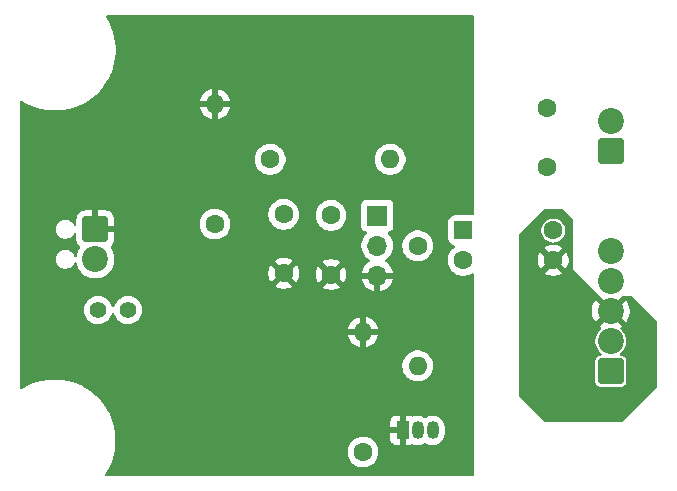
<source format=gbl>
%TF.GenerationSoftware,KiCad,Pcbnew,9.0.1+1*%
%TF.CreationDate,2026-01-24T05:02:46+00:00*%
%TF.ProjectId,WALKIN_PIR_IF,57414c4b-494e-45f5-9049-525f49462e6b,B*%
%TF.SameCoordinates,Original*%
%TF.FileFunction,Copper,L2,Bot*%
%TF.FilePolarity,Positive*%
%FSLAX46Y46*%
G04 Gerber Fmt 4.6, Leading zero omitted, Abs format (unit mm)*
G04 Created by KiCad (PCBNEW 9.0.1+1) date 2026-01-24 05:02:46*
%MOMM*%
%LPD*%
G01*
G04 APERTURE LIST*
G04 Aperture macros list*
%AMRoundRect*
0 Rectangle with rounded corners*
0 $1 Rounding radius*
0 $2 $3 $4 $5 $6 $7 $8 $9 X,Y pos of 4 corners*
0 Add a 4 corners polygon primitive as box body*
4,1,4,$2,$3,$4,$5,$6,$7,$8,$9,$2,$3,0*
0 Add four circle primitives for the rounded corners*
1,1,$1+$1,$2,$3*
1,1,$1+$1,$4,$5*
1,1,$1+$1,$6,$7*
1,1,$1+$1,$8,$9*
0 Add four rect primitives between the rounded corners*
20,1,$1+$1,$2,$3,$4,$5,0*
20,1,$1+$1,$4,$5,$6,$7,0*
20,1,$1+$1,$6,$7,$8,$9,0*
20,1,$1+$1,$8,$9,$2,$3,0*%
G04 Aperture macros list end*
%TA.AperFunction,ComponentPad*%
%ADD10RoundRect,0.249999X0.850001X-0.850001X0.850001X0.850001X-0.850001X0.850001X-0.850001X-0.850001X0*%
%TD*%
%TA.AperFunction,ComponentPad*%
%ADD11C,2.200000*%
%TD*%
%TA.AperFunction,ComponentPad*%
%ADD12C,1.600000*%
%TD*%
%TA.AperFunction,ComponentPad*%
%ADD13RoundRect,0.250000X-0.550000X-0.550000X0.550000X-0.550000X0.550000X0.550000X-0.550000X0.550000X0*%
%TD*%
%TA.AperFunction,ComponentPad*%
%ADD14O,1.600000X1.600000*%
%TD*%
%TA.AperFunction,ComponentPad*%
%ADD15RoundRect,0.249999X-0.850001X0.850001X-0.850001X-0.850001X0.850001X-0.850001X0.850001X0.850001X0*%
%TD*%
%TA.AperFunction,ComponentPad*%
%ADD16C,1.400000*%
%TD*%
%TA.AperFunction,ComponentPad*%
%ADD17R,1.700000X1.700000*%
%TD*%
%TA.AperFunction,ComponentPad*%
%ADD18O,1.700000X1.700000*%
%TD*%
%TA.AperFunction,ComponentPad*%
%ADD19R,1.050000X1.500000*%
%TD*%
%TA.AperFunction,ComponentPad*%
%ADD20O,1.050000X1.500000*%
%TD*%
%TA.AperFunction,ViaPad*%
%ADD21C,0.600000*%
%TD*%
G04 APERTURE END LIST*
D10*
%TO.P,J3,1,Pin_1*%
%TO.N,/DIN1*%
X173467500Y-108071101D03*
D11*
%TO.P,J3,2,Pin_2*%
%TO.N,/DIN2*%
X173467500Y-105531101D03*
%TO.P,J3,3,Pin_3*%
%TO.N,/COM*%
X173467500Y-102991101D03*
%TO.P,J3,4,Pin_4*%
%TO.N,/NTC1*%
X173467500Y-100451101D03*
%TO.P,J3,5,Pin_5*%
%TO.N,/NTC2*%
X173467500Y-97911101D03*
%TD*%
D12*
%TO.P,C1,1*%
%TO.N,VDD*%
X145770000Y-94781101D03*
%TO.P,C1,2*%
%TO.N,GND*%
X145770000Y-99781101D03*
%TD*%
%TO.P,C2,1*%
%TO.N,VDD*%
X149790000Y-94881101D03*
%TO.P,C2,2*%
%TO.N,GND*%
X149790000Y-99881101D03*
%TD*%
%TO.P,C3,1*%
%TO.N,/NTC1*%
X168060000Y-90770000D03*
%TO.P,C3,2*%
%TO.N,/NTC2*%
X168060000Y-85770000D03*
%TD*%
D13*
%TO.P,U1,1*%
%TO.N,/PM_LED_A*%
X160970000Y-96146101D03*
D12*
%TO.P,U1,2*%
%TO.N,/PM_LED_K*%
X160970000Y-98686101D03*
%TO.P,U1,3*%
%TO.N,/COM*%
X168590000Y-98686101D03*
%TO.P,U1,4*%
%TO.N,/DIN1*%
X168590000Y-96146101D03*
%TD*%
%TO.P,R3,1*%
%TO.N,/PIR_SIG*%
X157120000Y-97450000D03*
D14*
%TO.P,R3,2*%
%TO.N,Net-(Q2-G)*%
X157120000Y-107610000D03*
%TD*%
D15*
%TO.P,J1,1,VBAT+*%
%TO.N,GND*%
X129830000Y-96061101D03*
D11*
%TO.P,J1,2,VBAT-*%
%TO.N,/VBAT*%
X129830000Y-98601101D03*
%TD*%
D16*
%TO.P,JP1,1,A*%
%TO.N,/VBAT*%
X130050000Y-102890000D03*
%TO.P,JP1,2,B*%
%TO.N,Net-(JP1-B)*%
X132590000Y-102890000D03*
%TD*%
D12*
%TO.P,R1,1*%
%TO.N,VDD*%
X139950000Y-95610000D03*
D14*
%TO.P,R1,2*%
%TO.N,GND*%
X139950000Y-85450000D03*
%TD*%
D10*
%TO.P,J2,1,VBAT-*%
%TO.N,/NTC1*%
X173467500Y-89451101D03*
D11*
%TO.P,J2,2,VBAT+*%
%TO.N,/NTC2*%
X173467500Y-86911101D03*
%TD*%
D12*
%TO.P,R2,1*%
%TO.N,VDD*%
X144630000Y-90140000D03*
D14*
%TO.P,R2,2*%
%TO.N,/PM_LED_A*%
X154790000Y-90140000D03*
%TD*%
D17*
%TO.P,S1,1,VCC*%
%TO.N,VDD*%
X153700000Y-94896101D03*
D18*
%TO.P,S1,2,VOUT*%
%TO.N,/PIR_SIG*%
X153700000Y-97436101D03*
%TO.P,S1,3,GND*%
%TO.N,GND*%
X153700000Y-99976101D03*
%TD*%
D19*
%TO.P,Q2,1,S*%
%TO.N,GND*%
X155840000Y-113080000D03*
D20*
%TO.P,Q2,2,G*%
%TO.N,Net-(Q2-G)*%
X157110000Y-113080000D03*
%TO.P,Q2,3,D*%
%TO.N,/PM_LED_K*%
X158380000Y-113080000D03*
%TD*%
D12*
%TO.P,R4,1*%
%TO.N,Net-(Q2-G)*%
X152500000Y-114900000D03*
D14*
%TO.P,R4,2*%
%TO.N,GND*%
X152500000Y-104740000D03*
%TD*%
D21*
%TO.N,GND*%
X137850000Y-103320000D03*
%TO.N,/COM*%
X166730000Y-106330000D03*
%TD*%
%TA.AperFunction,Conductor*%
%TO.N,/COM*%
G36*
X169365677Y-94319685D02*
G01*
X169386319Y-94336319D01*
X170243681Y-95193681D01*
X170277166Y-95255004D01*
X170280000Y-95281362D01*
X170280000Y-99500000D01*
X172537833Y-101707881D01*
X173297266Y-102467313D01*
X173255208Y-102478583D01*
X173129792Y-102550991D01*
X173027390Y-102653393D01*
X172954982Y-102778809D01*
X172943712Y-102820866D01*
X172173248Y-102050401D01*
X172173247Y-102050402D01*
X172099059Y-102152514D01*
X171984719Y-102376916D01*
X171906897Y-102616431D01*
X171867500Y-102865172D01*
X171867500Y-103117029D01*
X171906897Y-103365770D01*
X171984719Y-103605285D01*
X172099057Y-103829684D01*
X172173248Y-103931798D01*
X172173248Y-103931799D01*
X172943712Y-103161335D01*
X172954982Y-103203393D01*
X173027390Y-103328809D01*
X173129792Y-103431211D01*
X173255208Y-103503619D01*
X173297265Y-103514888D01*
X172526800Y-104285351D01*
X172610618Y-104346249D01*
X172653283Y-104401579D01*
X172659262Y-104471193D01*
X172626656Y-104532988D01*
X172622978Y-104536437D01*
X172475528Y-104683887D01*
X172355215Y-104849487D01*
X172262281Y-105031877D01*
X172199022Y-105226566D01*
X172167000Y-105428749D01*
X172167000Y-105633452D01*
X172199022Y-105835635D01*
X172262281Y-106030324D01*
X172355215Y-106212714D01*
X172475528Y-106378314D01*
X172620282Y-106523068D01*
X172620284Y-106523069D01*
X172652234Y-106546282D01*
X172694900Y-106601611D01*
X172700881Y-106671224D01*
X172668276Y-106733020D01*
X172607438Y-106767378D01*
X172579357Y-106770601D01*
X172563241Y-106770601D01*
X172552437Y-106771614D01*
X172532800Y-106773455D01*
X172532797Y-106773455D01*
X172532796Y-106773456D01*
X172532794Y-106773456D01*
X172404617Y-106818307D01*
X172295349Y-106898950D01*
X172214706Y-107008219D01*
X172169853Y-107136398D01*
X172169853Y-107136400D01*
X172167000Y-107166830D01*
X172167000Y-108975361D01*
X172167001Y-108975367D01*
X172169854Y-109005801D01*
X172169854Y-109005803D01*
X172169855Y-109005804D01*
X172169855Y-109005806D01*
X172214706Y-109133983D01*
X172295349Y-109243251D01*
X172349983Y-109283572D01*
X172404617Y-109323894D01*
X172447344Y-109338845D01*
X172532798Y-109368747D01*
X172539823Y-109369405D01*
X172563233Y-109371601D01*
X174371766Y-109371600D01*
X174402200Y-109368747D01*
X174530383Y-109323894D01*
X174639650Y-109243251D01*
X174720293Y-109133984D01*
X174742719Y-109069892D01*
X174765146Y-109005803D01*
X174765146Y-109005801D01*
X174768000Y-108975368D01*
X174767999Y-107166835D01*
X174765146Y-107136401D01*
X174720293Y-107008218D01*
X174639650Y-106898950D01*
X174565623Y-106844316D01*
X174530383Y-106818308D01*
X174530381Y-106818307D01*
X174402201Y-106773454D01*
X174371771Y-106770601D01*
X174371767Y-106770601D01*
X174355651Y-106770601D01*
X174288612Y-106750916D01*
X174242857Y-106698112D01*
X174232913Y-106628954D01*
X174261938Y-106565398D01*
X174282766Y-106546283D01*
X174314713Y-106523072D01*
X174314715Y-106523069D01*
X174314719Y-106523067D01*
X174459466Y-106378320D01*
X174459468Y-106378316D01*
X174459471Y-106378314D01*
X174512232Y-106305691D01*
X174579787Y-106212711D01*
X174672720Y-106030320D01*
X174735977Y-105835635D01*
X174768000Y-105633453D01*
X174768000Y-105428749D01*
X174735977Y-105226567D01*
X174672720Y-105031882D01*
X174672718Y-105031879D01*
X174672718Y-105031877D01*
X174639003Y-104965708D01*
X174579787Y-104849491D01*
X174572056Y-104838850D01*
X174459471Y-104683887D01*
X174311274Y-104535690D01*
X174312534Y-104534429D01*
X174278536Y-104482331D01*
X174278048Y-104412463D01*
X174315411Y-104353422D01*
X174324381Y-104346248D01*
X174408197Y-104285351D01*
X174408198Y-104285351D01*
X173637734Y-103514888D01*
X173679792Y-103503619D01*
X173805208Y-103431211D01*
X173907610Y-103328809D01*
X173980018Y-103203393D01*
X173991287Y-103161335D01*
X174761750Y-103931799D01*
X174761750Y-103931798D01*
X174835942Y-103829682D01*
X174835946Y-103829676D01*
X174950280Y-103605285D01*
X175028102Y-103365770D01*
X175067500Y-103117029D01*
X175067500Y-102865172D01*
X175028102Y-102616431D01*
X174950280Y-102376916D01*
X174835942Y-102152517D01*
X174761750Y-102050402D01*
X174761750Y-102050401D01*
X173991287Y-102820865D01*
X173980018Y-102778809D01*
X173907610Y-102653393D01*
X173805208Y-102550991D01*
X173679792Y-102478583D01*
X173637732Y-102467312D01*
X174426336Y-101678710D01*
X174433987Y-101674532D01*
X175157281Y-101660987D01*
X175224678Y-101679413D01*
X175247284Y-101697284D01*
X177373681Y-103823681D01*
X177407166Y-103885004D01*
X177410000Y-103911362D01*
X177410000Y-109358638D01*
X177390315Y-109425677D01*
X177373681Y-109446319D01*
X174476319Y-112343681D01*
X174414996Y-112377166D01*
X174388638Y-112380000D01*
X167981362Y-112380000D01*
X167914323Y-112360315D01*
X167893681Y-112343681D01*
X165696319Y-110146319D01*
X165662834Y-110084996D01*
X165660000Y-110058638D01*
X165660000Y-98583783D01*
X167290000Y-98583783D01*
X167290000Y-98788418D01*
X167322009Y-98990518D01*
X167385244Y-99185132D01*
X167478141Y-99367451D01*
X167478147Y-99367460D01*
X167510523Y-99412022D01*
X167510524Y-99412023D01*
X168190000Y-98732547D01*
X168190000Y-98738762D01*
X168217259Y-98840495D01*
X168269920Y-98931707D01*
X168344394Y-99006181D01*
X168435606Y-99058842D01*
X168537339Y-99086101D01*
X168543553Y-99086101D01*
X167864076Y-99765575D01*
X167908650Y-99797960D01*
X168090968Y-99890856D01*
X168285582Y-99954091D01*
X168487683Y-99986101D01*
X168692317Y-99986101D01*
X168894417Y-99954091D01*
X169089031Y-99890856D01*
X169271349Y-99797960D01*
X169315921Y-99765575D01*
X168636447Y-99086101D01*
X168642661Y-99086101D01*
X168744394Y-99058842D01*
X168835606Y-99006181D01*
X168910080Y-98931707D01*
X168962741Y-98840495D01*
X168990000Y-98738762D01*
X168990000Y-98732549D01*
X169669474Y-99412023D01*
X169669474Y-99412022D01*
X169701859Y-99367450D01*
X169794755Y-99185132D01*
X169857990Y-98990518D01*
X169890000Y-98788418D01*
X169890000Y-98583783D01*
X169857990Y-98381683D01*
X169794755Y-98187069D01*
X169701859Y-98004751D01*
X169669474Y-97960178D01*
X169669474Y-97960177D01*
X168990000Y-98639652D01*
X168990000Y-98633440D01*
X168962741Y-98531707D01*
X168910080Y-98440495D01*
X168835606Y-98366021D01*
X168744394Y-98313360D01*
X168642661Y-98286101D01*
X168636446Y-98286101D01*
X169315922Y-97606625D01*
X169315921Y-97606624D01*
X169271359Y-97574248D01*
X169271350Y-97574242D01*
X169089031Y-97481345D01*
X168894417Y-97418110D01*
X168705731Y-97388225D01*
X168642596Y-97358295D01*
X168605665Y-97298984D01*
X168606663Y-97229121D01*
X168645273Y-97170889D01*
X168700938Y-97144135D01*
X168881835Y-97108152D01*
X169063914Y-97032733D01*
X169227782Y-96923240D01*
X169367139Y-96783883D01*
X169476632Y-96620015D01*
X169552051Y-96437936D01*
X169590500Y-96244642D01*
X169590500Y-96047560D01*
X169590500Y-96047557D01*
X169552052Y-95854271D01*
X169552051Y-95854270D01*
X169552051Y-95854266D01*
X169552049Y-95854261D01*
X169476635Y-95672193D01*
X169476628Y-95672180D01*
X169367139Y-95508319D01*
X169367136Y-95508315D01*
X169227785Y-95368964D01*
X169227781Y-95368961D01*
X169063920Y-95259472D01*
X169063907Y-95259465D01*
X168881839Y-95184051D01*
X168881829Y-95184048D01*
X168688543Y-95145601D01*
X168688541Y-95145601D01*
X168491459Y-95145601D01*
X168491457Y-95145601D01*
X168298170Y-95184048D01*
X168298160Y-95184051D01*
X168116092Y-95259465D01*
X168116079Y-95259472D01*
X167952218Y-95368961D01*
X167952214Y-95368964D01*
X167812863Y-95508315D01*
X167812860Y-95508319D01*
X167703371Y-95672180D01*
X167703364Y-95672193D01*
X167627950Y-95854261D01*
X167627947Y-95854271D01*
X167589500Y-96047557D01*
X167589500Y-96047560D01*
X167589500Y-96244642D01*
X167589500Y-96244644D01*
X167589499Y-96244644D01*
X167627947Y-96437930D01*
X167627950Y-96437940D01*
X167703364Y-96620008D01*
X167703371Y-96620021D01*
X167812860Y-96783882D01*
X167812863Y-96783886D01*
X167952214Y-96923237D01*
X167952218Y-96923240D01*
X168116079Y-97032729D01*
X168116092Y-97032736D01*
X168298160Y-97108150D01*
X168298165Y-97108152D01*
X168430674Y-97134510D01*
X168479061Y-97144135D01*
X168540972Y-97176520D01*
X168575546Y-97237235D01*
X168571807Y-97307005D01*
X168530940Y-97363677D01*
X168474269Y-97388225D01*
X168285581Y-97418111D01*
X168090968Y-97481345D01*
X167908644Y-97574244D01*
X167864077Y-97606624D01*
X167864077Y-97606625D01*
X168543554Y-98286101D01*
X168537339Y-98286101D01*
X168435606Y-98313360D01*
X168344394Y-98366021D01*
X168269920Y-98440495D01*
X168217259Y-98531707D01*
X168190000Y-98633440D01*
X168190000Y-98639654D01*
X167510524Y-97960178D01*
X167510523Y-97960178D01*
X167478143Y-98004745D01*
X167385244Y-98187069D01*
X167322009Y-98381683D01*
X167290000Y-98583783D01*
X165660000Y-98583783D01*
X165660000Y-96551362D01*
X165679685Y-96484323D01*
X165696319Y-96463681D01*
X167823681Y-94336319D01*
X167885004Y-94302834D01*
X167911362Y-94300000D01*
X169298638Y-94300000D01*
X169365677Y-94319685D01*
G37*
%TD.AperFunction*%
%TD*%
%TA.AperFunction,Conductor*%
%TO.N,GND*%
G36*
X161833039Y-77941286D02*
G01*
X161878794Y-77994090D01*
X161890000Y-78045601D01*
X161890000Y-94756356D01*
X161870315Y-94823395D01*
X161817511Y-94869150D01*
X161748353Y-94879094D01*
X161726998Y-94874062D01*
X161672797Y-94856102D01*
X161672795Y-94856101D01*
X161570010Y-94845601D01*
X160369998Y-94845601D01*
X160369981Y-94845602D01*
X160267203Y-94856101D01*
X160267200Y-94856102D01*
X160100668Y-94911286D01*
X160100663Y-94911288D01*
X159951342Y-95003390D01*
X159827289Y-95127443D01*
X159735187Y-95276764D01*
X159735185Y-95276769D01*
X159725676Y-95305465D01*
X159680001Y-95443304D01*
X159680001Y-95443305D01*
X159680000Y-95443305D01*
X159669500Y-95546084D01*
X159669500Y-96746102D01*
X159669501Y-96746119D01*
X159680000Y-96848897D01*
X159680001Y-96848900D01*
X159735185Y-97015432D01*
X159735187Y-97015437D01*
X159765016Y-97063797D01*
X159827288Y-97164757D01*
X159951344Y-97288813D01*
X160100666Y-97380915D01*
X160182570Y-97408055D01*
X160240015Y-97447828D01*
X160266838Y-97512344D01*
X160254523Y-97581119D01*
X160216451Y-97626079D01*
X160122787Y-97694129D01*
X160122782Y-97694133D01*
X159978028Y-97838887D01*
X159857715Y-98004487D01*
X159764781Y-98186877D01*
X159701522Y-98381566D01*
X159669500Y-98583749D01*
X159669500Y-98788452D01*
X159701522Y-98990635D01*
X159764781Y-99185324D01*
X159857715Y-99367714D01*
X159978028Y-99533314D01*
X160122786Y-99678072D01*
X160261406Y-99778783D01*
X160288390Y-99798388D01*
X160404607Y-99857604D01*
X160470776Y-99891319D01*
X160470778Y-99891319D01*
X160470781Y-99891321D01*
X160575137Y-99925228D01*
X160665465Y-99954578D01*
X160762633Y-99969968D01*
X160867648Y-99986601D01*
X160867649Y-99986601D01*
X161072351Y-99986601D01*
X161072352Y-99986601D01*
X161274534Y-99954578D01*
X161469219Y-99891321D01*
X161651610Y-99798388D01*
X161693116Y-99768232D01*
X161758920Y-99744753D01*
X161826974Y-99760578D01*
X161875669Y-99810683D01*
X161890000Y-99868551D01*
X161890000Y-116796601D01*
X161870315Y-116863640D01*
X161817511Y-116909395D01*
X161766000Y-116920601D01*
X130797364Y-116920601D01*
X130730325Y-116900916D01*
X130684570Y-116848112D01*
X130674626Y-116778954D01*
X130695788Y-116725479D01*
X130725194Y-116683483D01*
X130949460Y-116295044D01*
X131139018Y-115888537D01*
X131292424Y-115467055D01*
X131408513Y-115033807D01*
X131450154Y-114797648D01*
X151199500Y-114797648D01*
X151199500Y-115002351D01*
X151231522Y-115204534D01*
X151294781Y-115399223D01*
X151387715Y-115581613D01*
X151508028Y-115747213D01*
X151652786Y-115891971D01*
X151807749Y-116004556D01*
X151818390Y-116012287D01*
X151934607Y-116071503D01*
X152000776Y-116105218D01*
X152000778Y-116105218D01*
X152000781Y-116105220D01*
X152105137Y-116139127D01*
X152195465Y-116168477D01*
X152296557Y-116184488D01*
X152397648Y-116200500D01*
X152397649Y-116200500D01*
X152602351Y-116200500D01*
X152602352Y-116200500D01*
X152804534Y-116168477D01*
X152999219Y-116105220D01*
X153181610Y-116012287D01*
X153274590Y-115944732D01*
X153347213Y-115891971D01*
X153347215Y-115891968D01*
X153347219Y-115891966D01*
X153491966Y-115747219D01*
X153491968Y-115747215D01*
X153491971Y-115747213D01*
X153545840Y-115673067D01*
X153612287Y-115581610D01*
X153705220Y-115399219D01*
X153768477Y-115204534D01*
X153800500Y-115002352D01*
X153800500Y-114797648D01*
X153768477Y-114595466D01*
X153767381Y-114592094D01*
X153705218Y-114400776D01*
X153665892Y-114323596D01*
X153612287Y-114218390D01*
X153569934Y-114160095D01*
X153491971Y-114052786D01*
X153347213Y-113908028D01*
X153181613Y-113787715D01*
X153181612Y-113787714D01*
X153181610Y-113787713D01*
X153124653Y-113758691D01*
X152999223Y-113694781D01*
X152804534Y-113631522D01*
X152629995Y-113603878D01*
X152602352Y-113599500D01*
X152397648Y-113599500D01*
X152373329Y-113603351D01*
X152195465Y-113631522D01*
X152000776Y-113694781D01*
X151818386Y-113787715D01*
X151652786Y-113908028D01*
X151508028Y-114052786D01*
X151387715Y-114218386D01*
X151294781Y-114400776D01*
X151231522Y-114595465D01*
X151199500Y-114797648D01*
X131450154Y-114797648D01*
X131454810Y-114771244D01*
X131486398Y-114592096D01*
X131486398Y-114592094D01*
X131486399Y-114592090D01*
X131525492Y-114145266D01*
X131525492Y-113696734D01*
X131486399Y-113249910D01*
X131408513Y-112808193D01*
X131292424Y-112374945D01*
X131286511Y-112358699D01*
X131272885Y-112321260D01*
X131258652Y-112282155D01*
X154815000Y-112282155D01*
X154815000Y-112830000D01*
X155559670Y-112830000D01*
X155539925Y-112849745D01*
X155490556Y-112935255D01*
X155465000Y-113030630D01*
X155465000Y-113129370D01*
X155490556Y-113224745D01*
X155539925Y-113310255D01*
X155559670Y-113330000D01*
X154815000Y-113330000D01*
X154815000Y-113877844D01*
X154821401Y-113937372D01*
X154821403Y-113937379D01*
X154871645Y-114072086D01*
X154871649Y-114072093D01*
X154957809Y-114187187D01*
X154957812Y-114187190D01*
X155072906Y-114273350D01*
X155072913Y-114273354D01*
X155207620Y-114323596D01*
X155207627Y-114323598D01*
X155267155Y-114329999D01*
X155267172Y-114330000D01*
X155590000Y-114330000D01*
X155590000Y-113360330D01*
X155609745Y-113380075D01*
X155695255Y-113429444D01*
X155790630Y-113455000D01*
X155889370Y-113455000D01*
X155984745Y-113429444D01*
X156070255Y-113380075D01*
X156084500Y-113365830D01*
X156084500Y-113406002D01*
X156087617Y-113421671D01*
X156090000Y-113445865D01*
X156090000Y-114330000D01*
X156412828Y-114330000D01*
X156412844Y-114329999D01*
X156472372Y-114323598D01*
X156472376Y-114323597D01*
X156607089Y-114273352D01*
X156607896Y-114272748D01*
X156608845Y-114272393D01*
X156614876Y-114269101D01*
X156615349Y-114269967D01*
X156673360Y-114248329D01*
X156729661Y-114257451D01*
X156810873Y-114291091D01*
X156974288Y-114323596D01*
X157008992Y-114330499D01*
X157008996Y-114330500D01*
X157008997Y-114330500D01*
X157211004Y-114330500D01*
X157211005Y-114330499D01*
X157409127Y-114291091D01*
X157595756Y-114213786D01*
X157676110Y-114160094D01*
X157742786Y-114139217D01*
X157810166Y-114157701D01*
X157813865Y-114160078D01*
X157894244Y-114213786D01*
X158080873Y-114291091D01*
X158244288Y-114323596D01*
X158278992Y-114330499D01*
X158278996Y-114330500D01*
X158278997Y-114330500D01*
X158481004Y-114330500D01*
X158481005Y-114330499D01*
X158679127Y-114291091D01*
X158865756Y-114213786D01*
X158968303Y-114145267D01*
X159033718Y-114101558D01*
X159176558Y-113958718D01*
X159288782Y-113790762D01*
X159288782Y-113790761D01*
X159288786Y-113790756D01*
X159366091Y-113604127D01*
X159405500Y-113406003D01*
X159405500Y-112753997D01*
X159366091Y-112555873D01*
X159288786Y-112369244D01*
X159288784Y-112369241D01*
X159288782Y-112369237D01*
X159176558Y-112201281D01*
X159033718Y-112058441D01*
X158865762Y-111946217D01*
X158865752Y-111946212D01*
X158679127Y-111868909D01*
X158679119Y-111868907D01*
X158481007Y-111829500D01*
X158481003Y-111829500D01*
X158278997Y-111829500D01*
X158278992Y-111829500D01*
X158080880Y-111868907D01*
X158080872Y-111868909D01*
X157894244Y-111946213D01*
X157813891Y-111999904D01*
X157747213Y-112020782D01*
X157679833Y-112002297D01*
X157676109Y-111999904D01*
X157595755Y-111946213D01*
X157409127Y-111868909D01*
X157409119Y-111868907D01*
X157211007Y-111829500D01*
X157211003Y-111829500D01*
X157008997Y-111829500D01*
X157008992Y-111829500D01*
X156810880Y-111868907D01*
X156810868Y-111868910D01*
X156729661Y-111902547D01*
X156660191Y-111910016D01*
X156615140Y-111890405D01*
X156614872Y-111890897D01*
X156609374Y-111887894D01*
X156607895Y-111887251D01*
X156607086Y-111886645D01*
X156472379Y-111836403D01*
X156472372Y-111836401D01*
X156412844Y-111830000D01*
X156090000Y-111830000D01*
X156090000Y-112714134D01*
X156087617Y-112738326D01*
X156084500Y-112753995D01*
X156084500Y-112794170D01*
X156070255Y-112779925D01*
X155984745Y-112730556D01*
X155889370Y-112705000D01*
X155790630Y-112705000D01*
X155695255Y-112730556D01*
X155609745Y-112779925D01*
X155590000Y-112799670D01*
X155590000Y-111830000D01*
X155267155Y-111830000D01*
X155207627Y-111836401D01*
X155207620Y-111836403D01*
X155072913Y-111886645D01*
X155072906Y-111886649D01*
X154957812Y-111972809D01*
X154957809Y-111972812D01*
X154871649Y-112087906D01*
X154871645Y-112087913D01*
X154821403Y-112222620D01*
X154821401Y-112222627D01*
X154815000Y-112282155D01*
X131258652Y-112282155D01*
X131139020Y-111953467D01*
X131139016Y-111953457D01*
X130949464Y-111546965D01*
X130949456Y-111546949D01*
X130935373Y-111522557D01*
X130725194Y-111158517D01*
X130467928Y-110791101D01*
X130467927Y-110791099D01*
X130299493Y-110590368D01*
X130179617Y-110447506D01*
X129862458Y-110130347D01*
X129767216Y-110050429D01*
X129518864Y-109842036D01*
X129151464Y-109584782D01*
X129151447Y-109584770D01*
X128988837Y-109490887D01*
X128763014Y-109360507D01*
X128762998Y-109360499D01*
X128356506Y-109170947D01*
X128356496Y-109170943D01*
X127935015Y-109017538D01*
X127501772Y-108901451D01*
X127501761Y-108901449D01*
X127060059Y-108823565D01*
X126613231Y-108784472D01*
X126613230Y-108784472D01*
X126164698Y-108784472D01*
X126164697Y-108784472D01*
X125717869Y-108823565D01*
X125717867Y-108823565D01*
X125276166Y-108901449D01*
X125276155Y-108901451D01*
X124842912Y-109017538D01*
X124421431Y-109170943D01*
X124421421Y-109170947D01*
X124014929Y-109360499D01*
X124014913Y-109360507D01*
X123626489Y-109584765D01*
X123626464Y-109584781D01*
X123615490Y-109592465D01*
X123549283Y-109614790D01*
X123481516Y-109597776D01*
X123433706Y-109546826D01*
X123420371Y-109490887D01*
X123420371Y-107507648D01*
X155819500Y-107507648D01*
X155819500Y-107712351D01*
X155851522Y-107914534D01*
X155914781Y-108109223D01*
X156007715Y-108291613D01*
X156128028Y-108457213D01*
X156272786Y-108601971D01*
X156427749Y-108714556D01*
X156438390Y-108722287D01*
X156554607Y-108781503D01*
X156620776Y-108815218D01*
X156620778Y-108815218D01*
X156620781Y-108815220D01*
X156725137Y-108849127D01*
X156815465Y-108878477D01*
X156916557Y-108894488D01*
X157017648Y-108910500D01*
X157017649Y-108910500D01*
X157222351Y-108910500D01*
X157222352Y-108910500D01*
X157424534Y-108878477D01*
X157619219Y-108815220D01*
X157801610Y-108722287D01*
X157894590Y-108654732D01*
X157967213Y-108601971D01*
X157967215Y-108601968D01*
X157967219Y-108601966D01*
X158111966Y-108457219D01*
X158111968Y-108457215D01*
X158111971Y-108457213D01*
X158164732Y-108384590D01*
X158232287Y-108291610D01*
X158325220Y-108109219D01*
X158388477Y-107914534D01*
X158420500Y-107712352D01*
X158420500Y-107507648D01*
X158388477Y-107305466D01*
X158325220Y-107110781D01*
X158325218Y-107110778D01*
X158325218Y-107110776D01*
X158291503Y-107044607D01*
X158232287Y-106928390D01*
X158224556Y-106917749D01*
X158111971Y-106762786D01*
X157967213Y-106618028D01*
X157801613Y-106497715D01*
X157801612Y-106497714D01*
X157801610Y-106497713D01*
X157744653Y-106468691D01*
X157619223Y-106404781D01*
X157424534Y-106341522D01*
X157249995Y-106313878D01*
X157222352Y-106309500D01*
X157017648Y-106309500D01*
X156993329Y-106313351D01*
X156815465Y-106341522D01*
X156620776Y-106404781D01*
X156438386Y-106497715D01*
X156272786Y-106618028D01*
X156128028Y-106762786D01*
X156007715Y-106928386D01*
X155914781Y-107110776D01*
X155851522Y-107305465D01*
X155819500Y-107507648D01*
X123420371Y-107507648D01*
X123420371Y-104490000D01*
X151223391Y-104490000D01*
X152184314Y-104490000D01*
X152179920Y-104494394D01*
X152127259Y-104585606D01*
X152100000Y-104687339D01*
X152100000Y-104792661D01*
X152127259Y-104894394D01*
X152179920Y-104985606D01*
X152184314Y-104990000D01*
X151223391Y-104990000D01*
X151232009Y-105044413D01*
X151295244Y-105239029D01*
X151388140Y-105421349D01*
X151508417Y-105586894D01*
X151508417Y-105586895D01*
X151653104Y-105731582D01*
X151818650Y-105851859D01*
X152000968Y-105944754D01*
X152195578Y-106007988D01*
X152250000Y-106016607D01*
X152250000Y-105055686D01*
X152254394Y-105060080D01*
X152345606Y-105112741D01*
X152447339Y-105140000D01*
X152552661Y-105140000D01*
X152654394Y-105112741D01*
X152745606Y-105060080D01*
X152750000Y-105055686D01*
X152750000Y-106016606D01*
X152804421Y-106007988D01*
X152999031Y-105944754D01*
X153181349Y-105851859D01*
X153346894Y-105731582D01*
X153346895Y-105731582D01*
X153491582Y-105586895D01*
X153491582Y-105586894D01*
X153611859Y-105421349D01*
X153704755Y-105239029D01*
X153767990Y-105044413D01*
X153776609Y-104990000D01*
X152815686Y-104990000D01*
X152820080Y-104985606D01*
X152872741Y-104894394D01*
X152900000Y-104792661D01*
X152900000Y-104687339D01*
X152872741Y-104585606D01*
X152820080Y-104494394D01*
X152815686Y-104490000D01*
X153776609Y-104490000D01*
X153767990Y-104435586D01*
X153704755Y-104240970D01*
X153611859Y-104058650D01*
X153491582Y-103893105D01*
X153491582Y-103893104D01*
X153346895Y-103748417D01*
X153181349Y-103628140D01*
X152999029Y-103535244D01*
X152804413Y-103472009D01*
X152750000Y-103463390D01*
X152750000Y-104424314D01*
X152745606Y-104419920D01*
X152654394Y-104367259D01*
X152552661Y-104340000D01*
X152447339Y-104340000D01*
X152345606Y-104367259D01*
X152254394Y-104419920D01*
X152250000Y-104424314D01*
X152250000Y-103463390D01*
X152195586Y-103472009D01*
X152000970Y-103535244D01*
X151818650Y-103628140D01*
X151653105Y-103748417D01*
X151653104Y-103748417D01*
X151508417Y-103893104D01*
X151508417Y-103893105D01*
X151388140Y-104058650D01*
X151295244Y-104240970D01*
X151232009Y-104435586D01*
X151223391Y-104490000D01*
X123420371Y-104490000D01*
X123420371Y-102795513D01*
X128849500Y-102795513D01*
X128849500Y-102984486D01*
X128879059Y-103171118D01*
X128937454Y-103350836D01*
X129023240Y-103519199D01*
X129134310Y-103672073D01*
X129267927Y-103805690D01*
X129420801Y-103916760D01*
X129500347Y-103957290D01*
X129589163Y-104002545D01*
X129589165Y-104002545D01*
X129589168Y-104002547D01*
X129685497Y-104033846D01*
X129768881Y-104060940D01*
X129955514Y-104090500D01*
X129955519Y-104090500D01*
X130144486Y-104090500D01*
X130331118Y-104060940D01*
X130338166Y-104058650D01*
X130510832Y-104002547D01*
X130679199Y-103916760D01*
X130832073Y-103805690D01*
X130965690Y-103672073D01*
X131076760Y-103519199D01*
X131162547Y-103350832D01*
X131202069Y-103229195D01*
X131241507Y-103171521D01*
X131305866Y-103144323D01*
X131374712Y-103156238D01*
X131426188Y-103203482D01*
X131437931Y-103229196D01*
X131477454Y-103350836D01*
X131563240Y-103519199D01*
X131674310Y-103672073D01*
X131807927Y-103805690D01*
X131960801Y-103916760D01*
X132040347Y-103957290D01*
X132129163Y-104002545D01*
X132129165Y-104002545D01*
X132129168Y-104002547D01*
X132225497Y-104033846D01*
X132308881Y-104060940D01*
X132495514Y-104090500D01*
X132495519Y-104090500D01*
X132684486Y-104090500D01*
X132871118Y-104060940D01*
X132878166Y-104058650D01*
X133050832Y-104002547D01*
X133219199Y-103916760D01*
X133372073Y-103805690D01*
X133505690Y-103672073D01*
X133616760Y-103519199D01*
X133702547Y-103350832D01*
X133760940Y-103171118D01*
X133765184Y-103144323D01*
X133790500Y-102984486D01*
X133790500Y-102795513D01*
X133760940Y-102608881D01*
X133702545Y-102429163D01*
X133616759Y-102260800D01*
X133505690Y-102107927D01*
X133372073Y-101974310D01*
X133219199Y-101863240D01*
X133050836Y-101777454D01*
X132871118Y-101719059D01*
X132684486Y-101689500D01*
X132684481Y-101689500D01*
X132495519Y-101689500D01*
X132495514Y-101689500D01*
X132308881Y-101719059D01*
X132129163Y-101777454D01*
X131960800Y-101863240D01*
X131873579Y-101926610D01*
X131807927Y-101974310D01*
X131807925Y-101974312D01*
X131807924Y-101974312D01*
X131674312Y-102107924D01*
X131674312Y-102107925D01*
X131674310Y-102107927D01*
X131626610Y-102173579D01*
X131563240Y-102260800D01*
X131477454Y-102429163D01*
X131437931Y-102550803D01*
X131398493Y-102608478D01*
X131334134Y-102635676D01*
X131265288Y-102623761D01*
X131213812Y-102576516D01*
X131202069Y-102550803D01*
X131162545Y-102429163D01*
X131076759Y-102260800D01*
X130965690Y-102107927D01*
X130832073Y-101974310D01*
X130679199Y-101863240D01*
X130510836Y-101777454D01*
X130331118Y-101719059D01*
X130144486Y-101689500D01*
X130144481Y-101689500D01*
X129955519Y-101689500D01*
X129955514Y-101689500D01*
X129768881Y-101719059D01*
X129589163Y-101777454D01*
X129420800Y-101863240D01*
X129333579Y-101926610D01*
X129267927Y-101974310D01*
X129267925Y-101974312D01*
X129267924Y-101974312D01*
X129134312Y-102107924D01*
X129134312Y-102107925D01*
X129134310Y-102107927D01*
X129086610Y-102173579D01*
X129023240Y-102260800D01*
X128937454Y-102429163D01*
X128879059Y-102608881D01*
X128849500Y-102795513D01*
X123420371Y-102795513D01*
X123420371Y-95982254D01*
X126489500Y-95982254D01*
X126489500Y-96139947D01*
X126520261Y-96294590D01*
X126520264Y-96294602D01*
X126580602Y-96440273D01*
X126580609Y-96440286D01*
X126668210Y-96571389D01*
X126668213Y-96571393D01*
X126779707Y-96682887D01*
X126779711Y-96682890D01*
X126910814Y-96770491D01*
X126910827Y-96770498D01*
X127056498Y-96830836D01*
X127056503Y-96830838D01*
X127211153Y-96861600D01*
X127211156Y-96861601D01*
X127211158Y-96861601D01*
X127368844Y-96861601D01*
X127368845Y-96861600D01*
X127523497Y-96830838D01*
X127669179Y-96770495D01*
X127800289Y-96682890D01*
X127911789Y-96571390D01*
X127958681Y-96501211D01*
X128002779Y-96435215D01*
X128005214Y-96436842D01*
X128045130Y-96395849D01*
X128113199Y-96380090D01*
X128178983Y-96403634D01*
X128221595Y-96459005D01*
X128230000Y-96503881D01*
X128230000Y-96961072D01*
X128230001Y-96961088D01*
X128240494Y-97063797D01*
X128240494Y-97063799D01*
X128295640Y-97230220D01*
X128295645Y-97230231D01*
X128387680Y-97379441D01*
X128387683Y-97379445D01*
X128516425Y-97508187D01*
X128549910Y-97569510D01*
X128544926Y-97639202D01*
X128529063Y-97668752D01*
X128461130Y-97762255D01*
X128461129Y-97762257D01*
X128346760Y-97986717D01*
X128268910Y-98226312D01*
X128263642Y-98259573D01*
X128233711Y-98322707D01*
X128174398Y-98359637D01*
X128104536Y-98358637D01*
X128046304Y-98320026D01*
X128026610Y-98287628D01*
X127999394Y-98221922D01*
X127999390Y-98221915D01*
X127911789Y-98090812D01*
X127911786Y-98090808D01*
X127800292Y-97979314D01*
X127800288Y-97979311D01*
X127669185Y-97891710D01*
X127669172Y-97891703D01*
X127523501Y-97831365D01*
X127523489Y-97831362D01*
X127368845Y-97800601D01*
X127368842Y-97800601D01*
X127211158Y-97800601D01*
X127211155Y-97800601D01*
X127056510Y-97831362D01*
X127056498Y-97831365D01*
X126910827Y-97891703D01*
X126910814Y-97891710D01*
X126779711Y-97979311D01*
X126779707Y-97979314D01*
X126668213Y-98090808D01*
X126668210Y-98090812D01*
X126580609Y-98221915D01*
X126580602Y-98221928D01*
X126520264Y-98367599D01*
X126520261Y-98367611D01*
X126489500Y-98522254D01*
X126489500Y-98679947D01*
X126520261Y-98834590D01*
X126520264Y-98834602D01*
X126580602Y-98980273D01*
X126580609Y-98980286D01*
X126668210Y-99111389D01*
X126668213Y-99111393D01*
X126779707Y-99222887D01*
X126779711Y-99222890D01*
X126910814Y-99310491D01*
X126910827Y-99310498D01*
X127048961Y-99367714D01*
X127056503Y-99370838D01*
X127211153Y-99401600D01*
X127211156Y-99401601D01*
X127211158Y-99401601D01*
X127368844Y-99401601D01*
X127368845Y-99401600D01*
X127523497Y-99370838D01*
X127669179Y-99310495D01*
X127800289Y-99222890D01*
X127911789Y-99111390D01*
X127999394Y-98980280D01*
X128026609Y-98914576D01*
X128070447Y-98860174D01*
X128136741Y-98838108D01*
X128204440Y-98855386D01*
X128252052Y-98906522D01*
X128263642Y-98942629D01*
X128268910Y-98975888D01*
X128346760Y-99215484D01*
X128395173Y-99310498D01*
X128454812Y-99427547D01*
X128461132Y-99439949D01*
X128609201Y-99643750D01*
X128609205Y-99643755D01*
X128787345Y-99821895D01*
X128787350Y-99821899D01*
X128882902Y-99891321D01*
X128991155Y-99969971D01*
X129102506Y-100026707D01*
X129215616Y-100084340D01*
X129215618Y-100084340D01*
X129215621Y-100084342D01*
X129455215Y-100162191D01*
X129704038Y-100201601D01*
X129704039Y-100201601D01*
X129955961Y-100201601D01*
X129955962Y-100201601D01*
X130204785Y-100162191D01*
X130444379Y-100084342D01*
X130668845Y-99969971D01*
X130872656Y-99821894D01*
X131015767Y-99678783D01*
X144470000Y-99678783D01*
X144470000Y-99883418D01*
X144502009Y-100085518D01*
X144565244Y-100280132D01*
X144658141Y-100462451D01*
X144658147Y-100462460D01*
X144690523Y-100507022D01*
X144690524Y-100507023D01*
X145370000Y-99827547D01*
X145370000Y-99833762D01*
X145397259Y-99935495D01*
X145449920Y-100026707D01*
X145524394Y-100101181D01*
X145615606Y-100153842D01*
X145717339Y-100181101D01*
X145723553Y-100181101D01*
X145044076Y-100860575D01*
X145088650Y-100892960D01*
X145270968Y-100985856D01*
X145465582Y-101049091D01*
X145667683Y-101081101D01*
X145872317Y-101081101D01*
X146074417Y-101049091D01*
X146269031Y-100985856D01*
X146451349Y-100892960D01*
X146495921Y-100860575D01*
X146495922Y-100860575D01*
X145816447Y-100181101D01*
X145822661Y-100181101D01*
X145924394Y-100153842D01*
X146015606Y-100101181D01*
X146090080Y-100026707D01*
X146142741Y-99935495D01*
X146170000Y-99833762D01*
X146170000Y-99827549D01*
X146849474Y-100507023D01*
X146849474Y-100507022D01*
X146881859Y-100462450D01*
X146974755Y-100280132D01*
X147037990Y-100085518D01*
X147070000Y-99883418D01*
X147070000Y-99778783D01*
X148490000Y-99778783D01*
X148490000Y-99983418D01*
X148522009Y-100185518D01*
X148585244Y-100380132D01*
X148678141Y-100562451D01*
X148678147Y-100562460D01*
X148710523Y-100607022D01*
X148710524Y-100607023D01*
X149390000Y-99927547D01*
X149390000Y-99933762D01*
X149417259Y-100035495D01*
X149469920Y-100126707D01*
X149544394Y-100201181D01*
X149635606Y-100253842D01*
X149737339Y-100281101D01*
X149743553Y-100281101D01*
X149064076Y-100960575D01*
X149108650Y-100992960D01*
X149290968Y-101085856D01*
X149485582Y-101149091D01*
X149687683Y-101181101D01*
X149892317Y-101181101D01*
X150094417Y-101149091D01*
X150289031Y-101085856D01*
X150471349Y-100992960D01*
X150515921Y-100960575D01*
X149836447Y-100281101D01*
X149842661Y-100281101D01*
X149944394Y-100253842D01*
X150035606Y-100201181D01*
X150110080Y-100126707D01*
X150162741Y-100035495D01*
X150190000Y-99933762D01*
X150190000Y-99927549D01*
X150869474Y-100607023D01*
X150869474Y-100607022D01*
X150901859Y-100562450D01*
X150994755Y-100380132D01*
X151057990Y-100185518D01*
X151060505Y-100169640D01*
X151060505Y-100169639D01*
X151090000Y-99983418D01*
X151090000Y-99778783D01*
X151057990Y-99576683D01*
X150994755Y-99382069D01*
X150901859Y-99199751D01*
X150869474Y-99155178D01*
X150869474Y-99155177D01*
X150190000Y-99834652D01*
X150190000Y-99828440D01*
X150162741Y-99726707D01*
X150110080Y-99635495D01*
X150035606Y-99561021D01*
X149944394Y-99508360D01*
X149842661Y-99481101D01*
X149836446Y-99481101D01*
X150515922Y-98801625D01*
X150515921Y-98801624D01*
X150471359Y-98769248D01*
X150471350Y-98769242D01*
X150289031Y-98676345D01*
X150094417Y-98613110D01*
X149892317Y-98581101D01*
X149687683Y-98581101D01*
X149485582Y-98613110D01*
X149290968Y-98676345D01*
X149108644Y-98769244D01*
X149064077Y-98801624D01*
X149064077Y-98801625D01*
X149743554Y-99481101D01*
X149737339Y-99481101D01*
X149635606Y-99508360D01*
X149544394Y-99561021D01*
X149469920Y-99635495D01*
X149417259Y-99726707D01*
X149390000Y-99828440D01*
X149390000Y-99834654D01*
X148710524Y-99155178D01*
X148710523Y-99155178D01*
X148678143Y-99199745D01*
X148585244Y-99382069D01*
X148522009Y-99576683D01*
X148490000Y-99778783D01*
X147070000Y-99778783D01*
X147070000Y-99678783D01*
X147037990Y-99476683D01*
X146974755Y-99282069D01*
X146881859Y-99099751D01*
X146849474Y-99055178D01*
X146849474Y-99055177D01*
X146170000Y-99734652D01*
X146170000Y-99728440D01*
X146142741Y-99626707D01*
X146090080Y-99535495D01*
X146015606Y-99461021D01*
X145924394Y-99408360D01*
X145822661Y-99381101D01*
X145816446Y-99381101D01*
X146436345Y-98761203D01*
X146495922Y-98701625D01*
X146495921Y-98701624D01*
X146451359Y-98669248D01*
X146451350Y-98669242D01*
X146269031Y-98576345D01*
X146074417Y-98513110D01*
X145872317Y-98481101D01*
X145667683Y-98481101D01*
X145465582Y-98513110D01*
X145270968Y-98576345D01*
X145088644Y-98669244D01*
X145044077Y-98701624D01*
X145044077Y-98701625D01*
X145723554Y-99381101D01*
X145717339Y-99381101D01*
X145615606Y-99408360D01*
X145524394Y-99461021D01*
X145449920Y-99535495D01*
X145397259Y-99626707D01*
X145370000Y-99728440D01*
X145370000Y-99734654D01*
X144690524Y-99055178D01*
X144690523Y-99055178D01*
X144658143Y-99099745D01*
X144565244Y-99282069D01*
X144502009Y-99476683D01*
X144470000Y-99678783D01*
X131015767Y-99678783D01*
X131050793Y-99643757D01*
X131198870Y-99439946D01*
X131313241Y-99215480D01*
X131391090Y-98975886D01*
X131430500Y-98727063D01*
X131430500Y-98475139D01*
X131391090Y-98226316D01*
X131313241Y-97986722D01*
X131313239Y-97986719D01*
X131313239Y-97986717D01*
X131237915Y-97838887D01*
X131198870Y-97762256D01*
X131191233Y-97751745D01*
X131130937Y-97668753D01*
X131107457Y-97602947D01*
X131123283Y-97534893D01*
X131143574Y-97508186D01*
X131272320Y-97379440D01*
X131364354Y-97230231D01*
X131364359Y-97230220D01*
X131419505Y-97063798D01*
X131429999Y-96961087D01*
X131430000Y-96961074D01*
X131430000Y-96311101D01*
X130320748Y-96311101D01*
X130342518Y-96273393D01*
X130380000Y-96133510D01*
X130380000Y-95988692D01*
X130342518Y-95848809D01*
X130320748Y-95811101D01*
X131429999Y-95811101D01*
X131429999Y-95507648D01*
X138649500Y-95507648D01*
X138649500Y-95712352D01*
X138653878Y-95739995D01*
X138681522Y-95914534D01*
X138744781Y-96109223D01*
X138785888Y-96189898D01*
X138837614Y-96291416D01*
X138837715Y-96291613D01*
X138958028Y-96457213D01*
X139102786Y-96601971D01*
X139214160Y-96682887D01*
X139268390Y-96722287D01*
X139384607Y-96781503D01*
X139450776Y-96815218D01*
X139450778Y-96815218D01*
X139450781Y-96815220D01*
X139554428Y-96848897D01*
X139645465Y-96878477D01*
X139746557Y-96894488D01*
X139847648Y-96910500D01*
X139847649Y-96910500D01*
X140052351Y-96910500D01*
X140052352Y-96910500D01*
X140254534Y-96878477D01*
X140449219Y-96815220D01*
X140631610Y-96722287D01*
X140784646Y-96611101D01*
X140797213Y-96601971D01*
X140797215Y-96601968D01*
X140797219Y-96601966D01*
X140941966Y-96457219D01*
X140941968Y-96457215D01*
X140941971Y-96457213D01*
X141028791Y-96337713D01*
X141062287Y-96291610D01*
X141155220Y-96109219D01*
X141218477Y-95914534D01*
X141250500Y-95712352D01*
X141250500Y-95507648D01*
X141239677Y-95439314D01*
X141218477Y-95305465D01*
X141189127Y-95215137D01*
X141155220Y-95110781D01*
X141155218Y-95110778D01*
X141155218Y-95110776D01*
X141090343Y-94983453D01*
X141062287Y-94928390D01*
X141019247Y-94869150D01*
X140941971Y-94762786D01*
X140857934Y-94678749D01*
X144469500Y-94678749D01*
X144469500Y-94883452D01*
X144501522Y-95085635D01*
X144564781Y-95280324D01*
X144657715Y-95462714D01*
X144778028Y-95628314D01*
X144922786Y-95773072D01*
X145033604Y-95853584D01*
X145088390Y-95893388D01*
X145204607Y-95952604D01*
X145270776Y-95986319D01*
X145270778Y-95986319D01*
X145270781Y-95986321D01*
X145375137Y-96020228D01*
X145465465Y-96049578D01*
X145538218Y-96061101D01*
X145667648Y-96081601D01*
X145667649Y-96081601D01*
X145872351Y-96081601D01*
X145872352Y-96081601D01*
X146074534Y-96049578D01*
X146269219Y-95986321D01*
X146451610Y-95893388D01*
X146544590Y-95825833D01*
X146617213Y-95773072D01*
X146617215Y-95773069D01*
X146617219Y-95773067D01*
X146761966Y-95628320D01*
X146761968Y-95628316D01*
X146761971Y-95628314D01*
X146847130Y-95511101D01*
X146882287Y-95462711D01*
X146975220Y-95280320D01*
X147038477Y-95085635D01*
X147070500Y-94883453D01*
X147070500Y-94778749D01*
X148489500Y-94778749D01*
X148489500Y-94983452D01*
X148521522Y-95185635D01*
X148584781Y-95380324D01*
X148626760Y-95462711D01*
X148671650Y-95550812D01*
X148677715Y-95562714D01*
X148798028Y-95728314D01*
X148942786Y-95873072D01*
X149093065Y-95982254D01*
X149108390Y-95993388D01*
X149202650Y-96041416D01*
X149290776Y-96086319D01*
X149290778Y-96086319D01*
X149290781Y-96086321D01*
X149361254Y-96109219D01*
X149485465Y-96149578D01*
X149586557Y-96165589D01*
X149687648Y-96181601D01*
X149687649Y-96181601D01*
X149892351Y-96181601D01*
X149892352Y-96181601D01*
X150094534Y-96149578D01*
X150289219Y-96086321D01*
X150471610Y-95993388D01*
X150580144Y-95914534D01*
X150637213Y-95873072D01*
X150637215Y-95873069D01*
X150637219Y-95873067D01*
X150781966Y-95728320D01*
X150781968Y-95728316D01*
X150781971Y-95728314D01*
X150834732Y-95655691D01*
X150902287Y-95562711D01*
X150995220Y-95380320D01*
X151058477Y-95185635D01*
X151090500Y-94983453D01*
X151090500Y-94778749D01*
X151058477Y-94576567D01*
X150995220Y-94381882D01*
X150995218Y-94381879D01*
X150995218Y-94381877D01*
X150902287Y-94199491D01*
X150806603Y-94067792D01*
X150806602Y-94067789D01*
X150781971Y-94033888D01*
X150781967Y-94033883D01*
X150746320Y-93998236D01*
X152349500Y-93998236D01*
X152349500Y-95793971D01*
X152349501Y-95793977D01*
X152355908Y-95853584D01*
X152406202Y-95988429D01*
X152406206Y-95988436D01*
X152492452Y-96103645D01*
X152492455Y-96103648D01*
X152607664Y-96189894D01*
X152607671Y-96189898D01*
X152739082Y-96238911D01*
X152795016Y-96280782D01*
X152819433Y-96346246D01*
X152804582Y-96414519D01*
X152783431Y-96442774D01*
X152669889Y-96556316D01*
X152544951Y-96728280D01*
X152448444Y-96917686D01*
X152382753Y-97119861D01*
X152355994Y-97288811D01*
X152349500Y-97329814D01*
X152349500Y-97542388D01*
X152355634Y-97581119D01*
X152373534Y-97694135D01*
X152382754Y-97752344D01*
X152446724Y-97949223D01*
X152448444Y-97954515D01*
X152544951Y-98143921D01*
X152669890Y-98315887D01*
X152820213Y-98466210D01*
X152992179Y-98591149D01*
X152992181Y-98591150D01*
X152992184Y-98591152D01*
X153001493Y-98595895D01*
X153052290Y-98643867D01*
X153069087Y-98711688D01*
X153046552Y-98777823D01*
X153001502Y-98816863D01*
X152992443Y-98821479D01*
X152820540Y-98946373D01*
X152820535Y-98946377D01*
X152670276Y-99096636D01*
X152670272Y-99096641D01*
X152545379Y-99268543D01*
X152448904Y-99457883D01*
X152383242Y-99659971D01*
X152383242Y-99659974D01*
X152372769Y-99726101D01*
X153266988Y-99726101D01*
X153234075Y-99783108D01*
X153200000Y-99910275D01*
X153200000Y-100041927D01*
X153234075Y-100169094D01*
X153266988Y-100226101D01*
X152372769Y-100226101D01*
X152383242Y-100292227D01*
X152383242Y-100292230D01*
X152448904Y-100494318D01*
X152545379Y-100683658D01*
X152670272Y-100855560D01*
X152670276Y-100855565D01*
X152820535Y-101005824D01*
X152820540Y-101005828D01*
X152992442Y-101130721D01*
X153181782Y-101227196D01*
X153383871Y-101292858D01*
X153450000Y-101303332D01*
X153450000Y-100409113D01*
X153507007Y-100442026D01*
X153634174Y-100476101D01*
X153765826Y-100476101D01*
X153892993Y-100442026D01*
X153950000Y-100409113D01*
X153950000Y-101303331D01*
X154016126Y-101292858D01*
X154016129Y-101292858D01*
X154218217Y-101227196D01*
X154407557Y-101130721D01*
X154579459Y-101005828D01*
X154579464Y-101005824D01*
X154729723Y-100855565D01*
X154729727Y-100855560D01*
X154854620Y-100683658D01*
X154951095Y-100494318D01*
X155016757Y-100292230D01*
X155016757Y-100292227D01*
X155027231Y-100226101D01*
X154133012Y-100226101D01*
X154165925Y-100169094D01*
X154200000Y-100041927D01*
X154200000Y-99910275D01*
X154165925Y-99783108D01*
X154133012Y-99726101D01*
X155027231Y-99726101D01*
X155016757Y-99659974D01*
X155016757Y-99659971D01*
X154951095Y-99457883D01*
X154854620Y-99268543D01*
X154729727Y-99096641D01*
X154729723Y-99096636D01*
X154579464Y-98946377D01*
X154579459Y-98946373D01*
X154407555Y-98821478D01*
X154398500Y-98816864D01*
X154347706Y-98768889D01*
X154330912Y-98701067D01*
X154353451Y-98634933D01*
X154398508Y-98595894D01*
X154407816Y-98591152D01*
X154502647Y-98522254D01*
X154579786Y-98466210D01*
X154579788Y-98466207D01*
X154579792Y-98466205D01*
X154730104Y-98315893D01*
X154730106Y-98315889D01*
X154730109Y-98315887D01*
X154855048Y-98143921D01*
X154855047Y-98143921D01*
X154855051Y-98143917D01*
X154951557Y-97954513D01*
X155017246Y-97752344D01*
X155050500Y-97542388D01*
X155050500Y-97347648D01*
X155819500Y-97347648D01*
X155819500Y-97552351D01*
X155851522Y-97754534D01*
X155914781Y-97949223D01*
X156007715Y-98131613D01*
X156128028Y-98297213D01*
X156272786Y-98441971D01*
X156427749Y-98554556D01*
X156438390Y-98562287D01*
X156538136Y-98613110D01*
X156620776Y-98655218D01*
X156620778Y-98655218D01*
X156620781Y-98655220D01*
X156663955Y-98669248D01*
X156815465Y-98718477D01*
X156884973Y-98729486D01*
X157017648Y-98750500D01*
X157017649Y-98750500D01*
X157222351Y-98750500D01*
X157222352Y-98750500D01*
X157424534Y-98718477D01*
X157619219Y-98655220D01*
X157801610Y-98562287D01*
X157933857Y-98466205D01*
X157967213Y-98441971D01*
X157967215Y-98441968D01*
X157967219Y-98441966D01*
X158111966Y-98297219D01*
X158111968Y-98297215D01*
X158111971Y-98297213D01*
X158192130Y-98186882D01*
X158232287Y-98131610D01*
X158325220Y-97949219D01*
X158388477Y-97754534D01*
X158420500Y-97552352D01*
X158420500Y-97347648D01*
X158411181Y-97288811D01*
X158388477Y-97145465D01*
X158346226Y-97015432D01*
X158325220Y-96950781D01*
X158325218Y-96950778D01*
X158325218Y-96950776D01*
X158264106Y-96830839D01*
X158232287Y-96768390D01*
X158216094Y-96746102D01*
X158111971Y-96602786D01*
X157967213Y-96458028D01*
X157801613Y-96337715D01*
X157801612Y-96337714D01*
X157801610Y-96337713D01*
X157717000Y-96294602D01*
X157619223Y-96244781D01*
X157424534Y-96181522D01*
X157249995Y-96153878D01*
X157222352Y-96149500D01*
X157017648Y-96149500D01*
X156993329Y-96153351D01*
X156815465Y-96181522D01*
X156620776Y-96244781D01*
X156438386Y-96337715D01*
X156272786Y-96458028D01*
X156128028Y-96602786D01*
X156007715Y-96768386D01*
X155914781Y-96950776D01*
X155851522Y-97145465D01*
X155819500Y-97347648D01*
X155050500Y-97347648D01*
X155050500Y-97329814D01*
X155017246Y-97119858D01*
X154951557Y-96917689D01*
X154855051Y-96728285D01*
X154855049Y-96728282D01*
X154855048Y-96728280D01*
X154730109Y-96556314D01*
X154616569Y-96442774D01*
X154583084Y-96381451D01*
X154588068Y-96311759D01*
X154629940Y-96255826D01*
X154660915Y-96238911D01*
X154792331Y-96189897D01*
X154907546Y-96103647D01*
X154993796Y-95988432D01*
X155044091Y-95853584D01*
X155050500Y-95793974D01*
X155050499Y-93998229D01*
X155044091Y-93938618D01*
X155042326Y-93933887D01*
X154993797Y-93803772D01*
X154993793Y-93803765D01*
X154907547Y-93688556D01*
X154907544Y-93688553D01*
X154792335Y-93602307D01*
X154792328Y-93602303D01*
X154657482Y-93552009D01*
X154657483Y-93552009D01*
X154597883Y-93545602D01*
X154597881Y-93545601D01*
X154597873Y-93545601D01*
X154597864Y-93545601D01*
X152802129Y-93545601D01*
X152802123Y-93545602D01*
X152742516Y-93552009D01*
X152607671Y-93602303D01*
X152607664Y-93602307D01*
X152492455Y-93688553D01*
X152492452Y-93688556D01*
X152406206Y-93803765D01*
X152406202Y-93803772D01*
X152355908Y-93938618D01*
X152349501Y-93998217D01*
X152349501Y-93998224D01*
X152349500Y-93998236D01*
X150746320Y-93998236D01*
X150637213Y-93889129D01*
X150471613Y-93768816D01*
X150471612Y-93768815D01*
X150471610Y-93768814D01*
X150414653Y-93739792D01*
X150289223Y-93675882D01*
X150094534Y-93612623D01*
X149919995Y-93584979D01*
X149892352Y-93580601D01*
X149687648Y-93580601D01*
X149663329Y-93584452D01*
X149485465Y-93612623D01*
X149290776Y-93675882D01*
X149108386Y-93768816D01*
X148942786Y-93889129D01*
X148798028Y-94033887D01*
X148677715Y-94199487D01*
X148584781Y-94381877D01*
X148521522Y-94576566D01*
X148489500Y-94778749D01*
X147070500Y-94778749D01*
X147070500Y-94678749D01*
X147038477Y-94476567D01*
X147036861Y-94471595D01*
X147007710Y-94381877D01*
X146975220Y-94281882D01*
X146975218Y-94281879D01*
X146975218Y-94281877D01*
X146941503Y-94215708D01*
X146882287Y-94099491D01*
X146859257Y-94067792D01*
X146761971Y-93933887D01*
X146617213Y-93789129D01*
X146451613Y-93668816D01*
X146451612Y-93668815D01*
X146451610Y-93668814D01*
X146394653Y-93639792D01*
X146269223Y-93575882D01*
X146074534Y-93512623D01*
X145899995Y-93484979D01*
X145872352Y-93480601D01*
X145667648Y-93480601D01*
X145643329Y-93484452D01*
X145465465Y-93512623D01*
X145270776Y-93575882D01*
X145088386Y-93668816D01*
X144922786Y-93789129D01*
X144778028Y-93933887D01*
X144657715Y-94099487D01*
X144564781Y-94281877D01*
X144501522Y-94476566D01*
X144469500Y-94678749D01*
X140857934Y-94678749D01*
X140797213Y-94618028D01*
X140631613Y-94497715D01*
X140631612Y-94497714D01*
X140631610Y-94497713D01*
X140559755Y-94461101D01*
X140449223Y-94404781D01*
X140254534Y-94341522D01*
X140079995Y-94313878D01*
X140052352Y-94309500D01*
X139847648Y-94309500D01*
X139823329Y-94313351D01*
X139645465Y-94341522D01*
X139450776Y-94404781D01*
X139268386Y-94497715D01*
X139102786Y-94618028D01*
X138958028Y-94762786D01*
X138837715Y-94928386D01*
X138744781Y-95110776D01*
X138681522Y-95305465D01*
X138660323Y-95439314D01*
X138649500Y-95507648D01*
X131429999Y-95507648D01*
X131429999Y-95161129D01*
X131429998Y-95161114D01*
X131419505Y-95058404D01*
X131419505Y-95058402D01*
X131364359Y-94891981D01*
X131364354Y-94891970D01*
X131272319Y-94742760D01*
X131272316Y-94742756D01*
X131148344Y-94618784D01*
X131148340Y-94618781D01*
X130999130Y-94526746D01*
X130999119Y-94526741D01*
X130832697Y-94471595D01*
X130729986Y-94461101D01*
X130080000Y-94461101D01*
X130080000Y-95570353D01*
X130042292Y-95548583D01*
X129902409Y-95511101D01*
X129757591Y-95511101D01*
X129617708Y-95548583D01*
X129580000Y-95570353D01*
X129580000Y-94461101D01*
X128930028Y-94461101D01*
X128930012Y-94461102D01*
X128827303Y-94471595D01*
X128827301Y-94471595D01*
X128660880Y-94526741D01*
X128660869Y-94526746D01*
X128511659Y-94618781D01*
X128511655Y-94618784D01*
X128387683Y-94742756D01*
X128387680Y-94742760D01*
X128295645Y-94891970D01*
X128295640Y-94891981D01*
X128240494Y-95058403D01*
X128230000Y-95161114D01*
X128230000Y-95618319D01*
X128210315Y-95685358D01*
X128157511Y-95731113D01*
X128088353Y-95741057D01*
X128024797Y-95712032D01*
X128004105Y-95686100D01*
X128002779Y-95686987D01*
X127911789Y-95550812D01*
X127911786Y-95550808D01*
X127800292Y-95439314D01*
X127800288Y-95439311D01*
X127669185Y-95351710D01*
X127669172Y-95351703D01*
X127523501Y-95291365D01*
X127523489Y-95291362D01*
X127368845Y-95260601D01*
X127368842Y-95260601D01*
X127211158Y-95260601D01*
X127211155Y-95260601D01*
X127056510Y-95291362D01*
X127056498Y-95291365D01*
X126910827Y-95351703D01*
X126910814Y-95351710D01*
X126779711Y-95439311D01*
X126779707Y-95439314D01*
X126668213Y-95550808D01*
X126668210Y-95550812D01*
X126580609Y-95681915D01*
X126580602Y-95681928D01*
X126520264Y-95827599D01*
X126520261Y-95827611D01*
X126489500Y-95982254D01*
X123420371Y-95982254D01*
X123420371Y-90037648D01*
X143329500Y-90037648D01*
X143329500Y-90242351D01*
X143361522Y-90444534D01*
X143424781Y-90639223D01*
X143517715Y-90821613D01*
X143638028Y-90987213D01*
X143782786Y-91131971D01*
X143937749Y-91244556D01*
X143948390Y-91252287D01*
X144064607Y-91311503D01*
X144130776Y-91345218D01*
X144130778Y-91345218D01*
X144130781Y-91345220D01*
X144235137Y-91379127D01*
X144325465Y-91408477D01*
X144426557Y-91424488D01*
X144527648Y-91440500D01*
X144527649Y-91440500D01*
X144732351Y-91440500D01*
X144732352Y-91440500D01*
X144934534Y-91408477D01*
X145129219Y-91345220D01*
X145311610Y-91252287D01*
X145404590Y-91184732D01*
X145477213Y-91131971D01*
X145477215Y-91131968D01*
X145477219Y-91131966D01*
X145621966Y-90987219D01*
X145621968Y-90987215D01*
X145621971Y-90987213D01*
X145674732Y-90914590D01*
X145742287Y-90821610D01*
X145835220Y-90639219D01*
X145898477Y-90444534D01*
X145930500Y-90242352D01*
X145930500Y-90037648D01*
X153489500Y-90037648D01*
X153489500Y-90242351D01*
X153521522Y-90444534D01*
X153584781Y-90639223D01*
X153677715Y-90821613D01*
X153798028Y-90987213D01*
X153942786Y-91131971D01*
X154097749Y-91244556D01*
X154108390Y-91252287D01*
X154224607Y-91311503D01*
X154290776Y-91345218D01*
X154290778Y-91345218D01*
X154290781Y-91345220D01*
X154395137Y-91379127D01*
X154485465Y-91408477D01*
X154586557Y-91424488D01*
X154687648Y-91440500D01*
X154687649Y-91440500D01*
X154892351Y-91440500D01*
X154892352Y-91440500D01*
X155094534Y-91408477D01*
X155289219Y-91345220D01*
X155471610Y-91252287D01*
X155564590Y-91184732D01*
X155637213Y-91131971D01*
X155637215Y-91131968D01*
X155637219Y-91131966D01*
X155781966Y-90987219D01*
X155781968Y-90987215D01*
X155781971Y-90987213D01*
X155834732Y-90914590D01*
X155902287Y-90821610D01*
X155995220Y-90639219D01*
X156058477Y-90444534D01*
X156090500Y-90242352D01*
X156090500Y-90037648D01*
X156058477Y-89835466D01*
X155995220Y-89640781D01*
X155995218Y-89640778D01*
X155995218Y-89640776D01*
X155961503Y-89574607D01*
X155902287Y-89458390D01*
X155894556Y-89447749D01*
X155781971Y-89292786D01*
X155637213Y-89148028D01*
X155471613Y-89027715D01*
X155471612Y-89027714D01*
X155471610Y-89027713D01*
X155414653Y-88998691D01*
X155289223Y-88934781D01*
X155094534Y-88871522D01*
X154919995Y-88843878D01*
X154892352Y-88839500D01*
X154687648Y-88839500D01*
X154663329Y-88843351D01*
X154485465Y-88871522D01*
X154290776Y-88934781D01*
X154108386Y-89027715D01*
X153942786Y-89148028D01*
X153798028Y-89292786D01*
X153677715Y-89458386D01*
X153584781Y-89640776D01*
X153521522Y-89835465D01*
X153489500Y-90037648D01*
X145930500Y-90037648D01*
X145898477Y-89835466D01*
X145835220Y-89640781D01*
X145835218Y-89640778D01*
X145835218Y-89640776D01*
X145801503Y-89574607D01*
X145742287Y-89458390D01*
X145734556Y-89447749D01*
X145621971Y-89292786D01*
X145477213Y-89148028D01*
X145311613Y-89027715D01*
X145311612Y-89027714D01*
X145311610Y-89027713D01*
X145254653Y-88998691D01*
X145129223Y-88934781D01*
X144934534Y-88871522D01*
X144759995Y-88843878D01*
X144732352Y-88839500D01*
X144527648Y-88839500D01*
X144503329Y-88843351D01*
X144325465Y-88871522D01*
X144130776Y-88934781D01*
X143948386Y-89027715D01*
X143782786Y-89148028D01*
X143638028Y-89292786D01*
X143517715Y-89458386D01*
X143424781Y-89640776D01*
X143361522Y-89835465D01*
X143329500Y-90037648D01*
X123420371Y-90037648D01*
X123420371Y-85263178D01*
X123440056Y-85196139D01*
X123492860Y-85150384D01*
X123562018Y-85140440D01*
X123615492Y-85161602D01*
X123658013Y-85191375D01*
X124046452Y-85415641D01*
X124046461Y-85415645D01*
X124452953Y-85605197D01*
X124452963Y-85605201D01*
X124874444Y-85758606D01*
X124917266Y-85770080D01*
X125307689Y-85874694D01*
X125749406Y-85952580D01*
X126196228Y-85991672D01*
X126196229Y-85991673D01*
X126196230Y-85991673D01*
X126644763Y-85991673D01*
X126644763Y-85991672D01*
X127091586Y-85952580D01*
X127533303Y-85874694D01*
X127966551Y-85758605D01*
X128388033Y-85605199D01*
X128388038Y-85605197D01*
X128505218Y-85550555D01*
X128623238Y-85495520D01*
X128794540Y-85415641D01*
X129168040Y-85200000D01*
X138673391Y-85200000D01*
X139634314Y-85200000D01*
X139629920Y-85204394D01*
X139577259Y-85295606D01*
X139550000Y-85397339D01*
X139550000Y-85502661D01*
X139577259Y-85604394D01*
X139629920Y-85695606D01*
X139634314Y-85700000D01*
X138673391Y-85700000D01*
X138682009Y-85754413D01*
X138745244Y-85949029D01*
X138838140Y-86131349D01*
X138958417Y-86296894D01*
X138958417Y-86296895D01*
X139103104Y-86441582D01*
X139268650Y-86561859D01*
X139450968Y-86654754D01*
X139645578Y-86717988D01*
X139700000Y-86726607D01*
X139700000Y-85765686D01*
X139704394Y-85770080D01*
X139795606Y-85822741D01*
X139897339Y-85850000D01*
X140002661Y-85850000D01*
X140104394Y-85822741D01*
X140195606Y-85770080D01*
X140200000Y-85765686D01*
X140200000Y-86726606D01*
X140254421Y-86717988D01*
X140449031Y-86654754D01*
X140631349Y-86561859D01*
X140796894Y-86441582D01*
X140796895Y-86441582D01*
X140941582Y-86296895D01*
X140941582Y-86296894D01*
X141061859Y-86131349D01*
X141154755Y-85949029D01*
X141217990Y-85754413D01*
X141226609Y-85700000D01*
X140265686Y-85700000D01*
X140270080Y-85695606D01*
X140322741Y-85604394D01*
X140350000Y-85502661D01*
X140350000Y-85397339D01*
X140322741Y-85295606D01*
X140270080Y-85204394D01*
X140265686Y-85200000D01*
X141226609Y-85200000D01*
X141217990Y-85145586D01*
X141154755Y-84950970D01*
X141061859Y-84768650D01*
X140941582Y-84603105D01*
X140941582Y-84603104D01*
X140796895Y-84458417D01*
X140631349Y-84338140D01*
X140449029Y-84245244D01*
X140254413Y-84182009D01*
X140200000Y-84173390D01*
X140200000Y-85134314D01*
X140195606Y-85129920D01*
X140104394Y-85077259D01*
X140002661Y-85050000D01*
X139897339Y-85050000D01*
X139795606Y-85077259D01*
X139704394Y-85129920D01*
X139700000Y-85134314D01*
X139700000Y-84173390D01*
X139645586Y-84182009D01*
X139450970Y-84245244D01*
X139268650Y-84338140D01*
X139103105Y-84458417D01*
X139103104Y-84458417D01*
X138958417Y-84603104D01*
X138958417Y-84603105D01*
X138838140Y-84768650D01*
X138745244Y-84950970D01*
X138682009Y-85145586D01*
X138673391Y-85200000D01*
X129168040Y-85200000D01*
X129182979Y-85191375D01*
X129248373Y-85145586D01*
X129262795Y-85135488D01*
X129550396Y-84934108D01*
X129893990Y-84645798D01*
X130211149Y-84328639D01*
X130499460Y-83985044D01*
X130756726Y-83617628D01*
X130980992Y-83229189D01*
X131170550Y-82822682D01*
X131199126Y-82744171D01*
X131323957Y-82401196D01*
X131348907Y-82308082D01*
X131440045Y-81967952D01*
X131517931Y-81526235D01*
X131557024Y-81079411D01*
X131557024Y-80630879D01*
X131517931Y-80184055D01*
X131440045Y-79742338D01*
X131323956Y-79309090D01*
X131273004Y-79169099D01*
X131170552Y-78887612D01*
X131170548Y-78887602D01*
X130980996Y-78481110D01*
X130980988Y-78481094D01*
X130765351Y-78107601D01*
X130748878Y-78039701D01*
X130771730Y-77973674D01*
X130826652Y-77930483D01*
X130872738Y-77921601D01*
X161766000Y-77921601D01*
X161833039Y-77941286D01*
G37*
%TD.AperFunction*%
%TD*%
M02*

</source>
